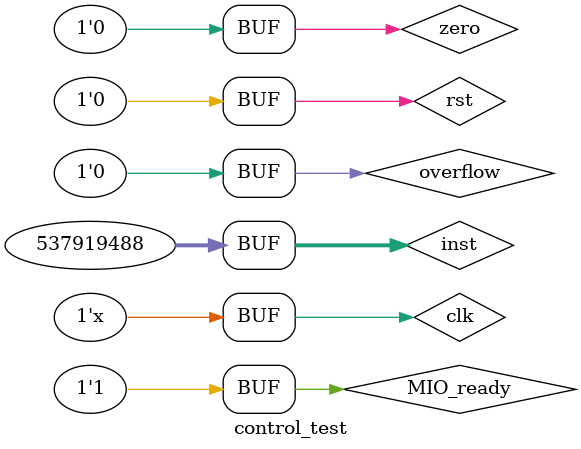
<source format=v>
`timescale 1ns / 1ps


module control_test;

	// Inputs
	reg clk;
	reg rst;
	reg MIO_ready;
	reg zero;
	reg overflow;
	reg [31:0] inst;

	// Outputs
	wire MemRead;
	wire MemWrite;
	wire IorD;
	wire CPU_MIO;
	wire IRWrite;
	wire RegWrite;
	wire ALUSrcA;
	wire PCWrite;
	wire PCWriteCond;
	wire Branch;
	wire [1:0] RegDst;
	wire [1:0] MemtoReg;
	wire [1:0] ALUSrcB;
	wire [1:0] PCSource;
	wire [2:0] ALU_operation;
	wire [4:0] state_out;

	// Instantiate the Unit Under Test (UUT)
	control uut (
		.clk(clk), 
		.rst(rst), 
		.MIO_ready(MIO_ready), 
		.zero(zero), 
		.overflow(overflow), 
		.inst(inst), 
		.MemRead(MemRead), 
		.MemWrite(MemWrite), 
		.IorD(IorD), 
		.CPU_MIO(CPU_MIO), 
		.IRWrite(IRWrite), 
		.RegWrite(RegWrite), 
		.ALUSrcA(ALUSrcA), 
		.PCWrite(PCWrite), 
		.PCWriteCond(PCWriteCond), 
		.Branch(Branch), 
		.RegDst(RegDst), 
		.MemtoReg(MemtoReg), 
		.ALUSrcB(ALUSrcB), 
		.PCSource(PCSource), 
		.ALU_operation(ALU_operation), 
		.state_out(state_out)
	);

	initial begin
		// Initialize Inputs
		clk = 0;
		rst = 0;
		MIO_ready = 0;
		zero = 0;
		overflow = 0;
		inst = 0;

		// Wait 100 ns for global reset to finish
		#100;
		rst=1;
		#100;
		rst=0;
      MIO_ready=1;
		inst=32'h20100000;
		//inst=32'h5b000004;
		// Add stimulus here
	end
  always #20 clk=~clk;
      
endmodule


</source>
